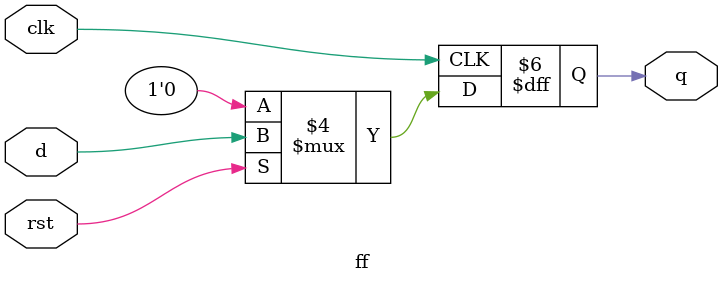
<source format=v>
module ff(
	input wire clk,
	input wire d,
	input wire rst,
	output reg q
);

always @ (posedge clk) begin
	if(~rst) begin
		q<=0;
	end else begin
		q<=d;
	end
end

endmodule

</source>
